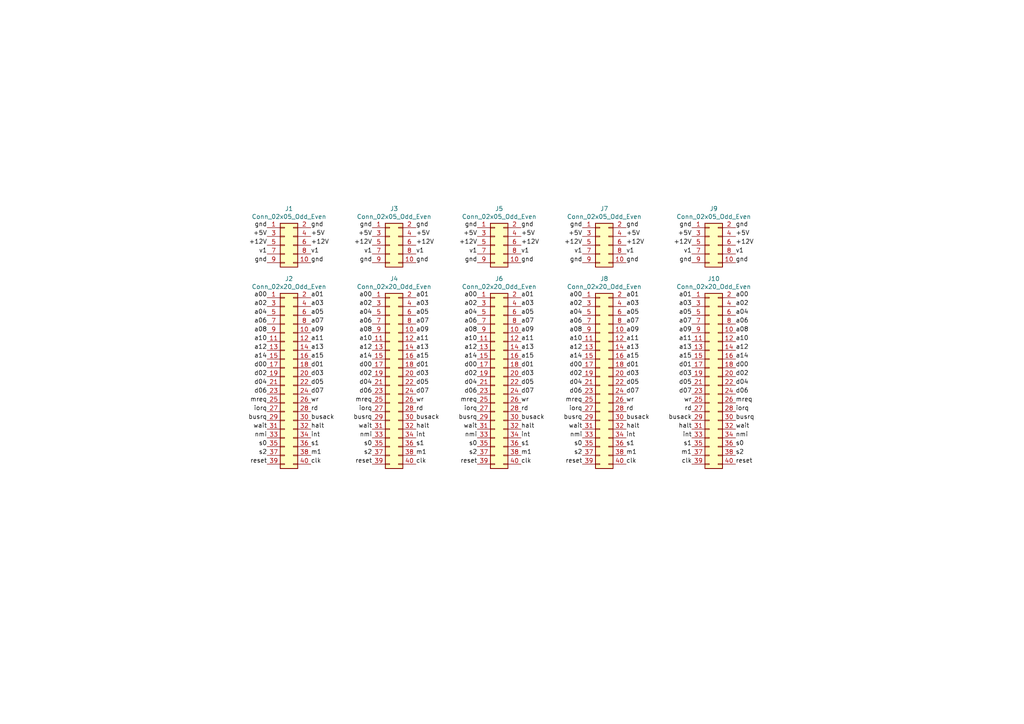
<source format=kicad_sch>
(kicad_sch (version 20211123) (generator eeschema)
  (paper "A4")
  (lib_symbols
    (symbol "Connector_Generic:Conn_02x05_Odd_Even" (pin_names (offset 1.016) hide)
      (property "Reference" "J" (at 1.27 7.62 0))
      (property "Value" "Conn_02x05_Odd_Even" (at 1.27 -7.62 0))
      (symbol "Conn_02x05_Odd_Even_1_1"
        (rectangle (start -1.27 -4.953) (end 0 -5.207) (stroke (width 0.1524)))
        (rectangle (start -1.27 -2.413) (end 0 -2.667) (stroke (width 0.1524)))
        (rectangle (start -1.27 0.127) (end 0 -0.127) (stroke (width 0.1524)))
        (rectangle (start -1.27 2.667) (end 0 2.413) (stroke (width 0.1524)))
        (rectangle (start -1.27 5.207) (end 0 4.953) (stroke (width 0.1524)))
        (rectangle (start -1.27 6.35) (end 3.81 -6.35) (stroke (width 0.254)) (fill (type background)))
        (rectangle (start 3.81 -4.953) (end 2.54 -5.207) (stroke (width 0.1524)))
        (rectangle (start 3.81 -2.413) (end 2.54 -2.667) (stroke (width 0.1524)))
        (rectangle (start 3.81 0.127) (end 2.54 -0.127) (stroke (width 0.1524)))
        (rectangle (start 3.81 2.667) (end 2.54 2.413) (stroke (width 0.1524)))
        (rectangle (start 3.81 5.207) (end 2.54 4.953) (stroke (width 0.1524)))
        (pin passive line (at -5.08 5.08 0) (length 3.81) (name "Pin_1") (number "1"))
        (pin passive line (at 7.62 -5.08 180) (length 3.81) (name "Pin_10") (number "10"))
        (pin passive line (at 7.62 5.08 180) (length 3.81) (name "Pin_2") (number "2"))
        (pin passive line (at -5.08 2.54 0) (length 3.81) (name "Pin_3") (number "3"))
        (pin passive line (at 7.62 2.54 180) (length 3.81) (name "Pin_4") (number "4"))
        (pin passive line (at -5.08 0 0) (length 3.81) (name "Pin_5") (number "5"))
        (pin passive line (at 7.62 0 180) (length 3.81) (name "Pin_6") (number "6"))
        (pin passive line (at -5.08 -2.54 0) (length 3.81) (name "Pin_7") (number "7"))
        (pin passive line (at 7.62 -2.54 180) (length 3.81) (name "Pin_8") (number "8"))
        (pin passive line (at -5.08 -5.08 0) (length 3.81) (name "Pin_9") (number "9"))
      )
    )
    (symbol "Connector_Generic:Conn_02x20_Odd_Even" (pin_names (offset 1.016) hide)
      (property "Reference" "J" (at 1.27 25.4 0))
      (property "Value" "Conn_02x20_Odd_Even" (at 1.27 -27.94 0))
      (symbol "Conn_02x20_Odd_Even_1_1"
        (rectangle (start -1.27 -25.273) (end 0 -25.527) (stroke (width 0.1524)))
        (rectangle (start -1.27 -22.733) (end 0 -22.987) (stroke (width 0.1524)))
        (rectangle (start -1.27 -20.193) (end 0 -20.447) (stroke (width 0.1524)))
        (rectangle (start -1.27 -17.653) (end 0 -17.907) (stroke (width 0.1524)))
        (rectangle (start -1.27 -15.113) (end 0 -15.367) (stroke (width 0.1524)))
        (rectangle (start -1.27 -12.573) (end 0 -12.827) (stroke (width 0.1524)))
        (rectangle (start -1.27 -10.033) (end 0 -10.287) (stroke (width 0.1524)))
        (rectangle (start -1.27 -7.493) (end 0 -7.747) (stroke (width 0.1524)))
        (rectangle (start -1.27 -4.953) (end 0 -5.207) (stroke (width 0.1524)))
        (rectangle (start -1.27 -2.413) (end 0 -2.667) (stroke (width 0.1524)))
        (rectangle (start -1.27 0.127) (end 0 -0.127) (stroke (width 0.1524)))
        (rectangle (start -1.27 2.667) (end 0 2.413) (stroke (width 0.1524)))
        (rectangle (start -1.27 5.207) (end 0 4.953) (stroke (width 0.1524)))
        (rectangle (start -1.27 7.747) (end 0 7.493) (stroke (width 0.1524)))
        (rectangle (start -1.27 10.287) (end 0 10.033) (stroke (width 0.1524)))
        (rectangle (start -1.27 12.827) (end 0 12.573) (stroke (width 0.1524)))
        (rectangle (start -1.27 15.367) (end 0 15.113) (stroke (width 0.1524)))
        (rectangle (start -1.27 17.907) (end 0 17.653) (stroke (width 0.1524)))
        (rectangle (start -1.27 20.447) (end 0 20.193) (stroke (width 0.1524)))
        (rectangle (start -1.27 22.987) (end 0 22.733) (stroke (width 0.1524)))
        (rectangle (start -1.27 24.13) (end 3.81 -26.67) (stroke (width 0.254)) (fill (type background)))
        (rectangle (start 3.81 -25.273) (end 2.54 -25.527) (stroke (width 0.1524)))
        (rectangle (start 3.81 -22.733) (end 2.54 -22.987) (stroke (width 0.1524)))
        (rectangle (start 3.81 -20.193) (end 2.54 -20.447) (stroke (width 0.1524)))
        (rectangle (start 3.81 -17.653) (end 2.54 -17.907) (stroke (width 0.1524)))
        (rectangle (start 3.81 -15.113) (end 2.54 -15.367) (stroke (width 0.1524)))
        (rectangle (start 3.81 -12.573) (end 2.54 -12.827) (stroke (width 0.1524)))
        (rectangle (start 3.81 -10.033) (end 2.54 -10.287) (stroke (width 0.1524)))
        (rectangle (start 3.81 -7.493) (end 2.54 -7.747) (stroke (width 0.1524)))
        (rectangle (start 3.81 -4.953) (end 2.54 -5.207) (stroke (width 0.1524)))
        (rectangle (start 3.81 -2.413) (end 2.54 -2.667) (stroke (width 0.1524)))
        (rectangle (start 3.81 0.127) (end 2.54 -0.127) (stroke (width 0.1524)))
        (rectangle (start 3.81 2.667) (end 2.54 2.413) (stroke (width 0.1524)))
        (rectangle (start 3.81 5.207) (end 2.54 4.953) (stroke (width 0.1524)))
        (rectangle (start 3.81 7.747) (end 2.54 7.493) (stroke (width 0.1524)))
        (rectangle (start 3.81 10.287) (end 2.54 10.033) (stroke (width 0.1524)))
        (rectangle (start 3.81 12.827) (end 2.54 12.573) (stroke (width 0.1524)))
        (rectangle (start 3.81 15.367) (end 2.54 15.113) (stroke (width 0.1524)))
        (rectangle (start 3.81 17.907) (end 2.54 17.653) (stroke (width 0.1524)))
        (rectangle (start 3.81 20.447) (end 2.54 20.193) (stroke (width 0.1524)))
        (rectangle (start 3.81 22.987) (end 2.54 22.733) (stroke (width 0.1524)))
        (pin passive line (at -5.08 22.86 0) (length 3.81) (name "Pin_1") (number "1"))
        (pin passive line (at 7.62 12.7 180) (length 3.81) (name "Pin_10") (number "10"))
        (pin passive line (at -5.08 10.16 0) (length 3.81) (name "Pin_11") (number "11"))
        (pin passive line (at 7.62 10.16 180) (length 3.81) (name "Pin_12") (number "12"))
        (pin passive line (at -5.08 7.62 0) (length 3.81) (name "Pin_13") (number "13"))
        (pin passive line (at 7.62 7.62 180) (length 3.81) (name "Pin_14") (number "14"))
        (pin passive line (at -5.08 5.08 0) (length 3.81) (name "Pin_15") (number "15"))
        (pin passive line (at 7.62 5.08 180) (length 3.81) (name "Pin_16") (number "16"))
        (pin passive line (at -5.08 2.54 0) (length 3.81) (name "Pin_17") (number "17"))
        (pin passive line (at 7.62 2.54 180) (length 3.81) (name "Pin_18") (number "18"))
        (pin passive line (at -5.08 0 0) (length 3.81) (name "Pin_19") (number "19"))
        (pin passive line (at 7.62 22.86 180) (length 3.81) (name "Pin_2") (number "2"))
        (pin passive line (at 7.62 0 180) (length 3.81) (name "Pin_20") (number "20"))
        (pin passive line (at -5.08 -2.54 0) (length 3.81) (name "Pin_21") (number "21"))
        (pin passive line (at 7.62 -2.54 180) (length 3.81) (name "Pin_22") (number "22"))
        (pin passive line (at -5.08 -5.08 0) (length 3.81) (name "Pin_23") (number "23"))
        (pin passive line (at 7.62 -5.08 180) (length 3.81) (name "Pin_24") (number "24"))
        (pin passive line (at -5.08 -7.62 0) (length 3.81) (name "Pin_25") (number "25"))
        (pin passive line (at 7.62 -7.62 180) (length 3.81) (name "Pin_26") (number "26"))
        (pin passive line (at -5.08 -10.16 0) (length 3.81) (name "Pin_27") (number "27"))
        (pin passive line (at 7.62 -10.16 180) (length 3.81) (name "Pin_28") (number "28"))
        (pin passive line (at -5.08 -12.7 0) (length 3.81) (name "Pin_29") (number "29"))
        (pin passive line (at -5.08 20.32 0) (length 3.81) (name "Pin_3") (number "3"))
        (pin passive line (at 7.62 -12.7 180) (length 3.81) (name "Pin_30") (number "30"))
        (pin passive line (at -5.08 -15.24 0) (length 3.81) (name "Pin_31") (number "31"))
        (pin passive line (at 7.62 -15.24 180) (length 3.81) (name "Pin_32") (number "32"))
        (pin passive line (at -5.08 -17.78 0) (length 3.81) (name "Pin_33") (number "33"))
        (pin passive line (at 7.62 -17.78 180) (length 3.81) (name "Pin_34") (number "34"))
        (pin passive line (at -5.08 -20.32 0) (length 3.81) (name "Pin_35") (number "35"))
        (pin passive line (at 7.62 -20.32 180) (length 3.81) (name "Pin_36") (number "36"))
        (pin passive line (at -5.08 -22.86 0) (length 3.81) (name "Pin_37") (number "37"))
        (pin passive line (at 7.62 -22.86 180) (length 3.81) (name "Pin_38") (number "38"))
        (pin passive line (at -5.08 -25.4 0) (length 3.81) (name "Pin_39") (number "39"))
        (pin passive line (at 7.62 20.32 180) (length 3.81) (name "Pin_4") (number "4"))
        (pin passive line (at 7.62 -25.4 180) (length 3.81) (name "Pin_40") (number "40"))
        (pin passive line (at -5.08 17.78 0) (length 3.81) (name "Pin_5") (number "5"))
        (pin passive line (at 7.62 17.78 180) (length 3.81) (name "Pin_6") (number "6"))
        (pin passive line (at -5.08 15.24 0) (length 3.81) (name "Pin_7") (number "7"))
        (pin passive line (at 7.62 15.24 180) (length 3.81) (name "Pin_8") (number "8"))
        (pin passive line (at -5.08 12.7 0) (length 3.81) (name "Pin_9") (number "9"))
      )
    )
  )
  (label "a02" (at 138.43 88.9 180))
  (label "gnd" (at 90.17 76.2 0))
  (label "iorq" (at 168.91 119.38 180))
  (label "d01" (at 151.13 106.68 0))
  (label "a12" (at 213.36 101.6 0))
  (label "busack" (at 120.65 121.92 0))
  (label "v1" (at 181.61 73.66 0))
  (label "d04" (at 168.91 111.76 180))
  (label "a09" (at 151.13 96.52 0))
  (label "d07" (at 200.66 114.3 180))
  (label "busack" (at 200.66 121.92 180))
  (label "a15" (at 90.17 104.14 0))
  (label "mreq" (at 107.95 116.84 180))
  (label "int" (at 181.61 127 0))
  (label "a05" (at 90.17 91.44 0))
  (label "d04" (at 213.36 111.76 0))
  (label "d04" (at 107.95 111.76 180))
  (label "wr" (at 120.65 116.84 0))
  (label "gnd" (at 138.43 76.2 180))
  (label "a01" (at 181.61 86.36 0))
  (label "s0" (at 138.43 129.54 180))
  (label "a08" (at 107.95 96.52 180))
  (label "d00" (at 77.47 106.68 180))
  (label "a07" (at 181.61 93.98 0))
  (label "+12V" (at 213.36 71.12 0))
  (label "d06" (at 213.36 114.3 0))
  (label "a11" (at 90.17 99.06 0))
  (label "wr" (at 181.61 116.84 0))
  (label "d06" (at 107.95 114.3 180))
  (label "d07" (at 120.65 114.3 0))
  (label "a06" (at 77.47 93.98 180))
  (label "v1" (at 213.36 73.66 0))
  (label "nmi" (at 138.43 127 180))
  (label "d07" (at 151.13 114.3 0))
  (label "gnd" (at 120.65 66.04 0))
  (label "s0" (at 213.36 129.54 0))
  (label "gnd" (at 181.61 76.2 0))
  (label "gnd" (at 213.36 76.2 0))
  (label "d05" (at 90.17 111.76 0))
  (label "a00" (at 138.43 86.36 180))
  (label "a14" (at 213.36 104.14 0))
  (label "rd" (at 151.13 119.38 0))
  (label "a13" (at 200.66 101.6 180))
  (label "halt" (at 120.65 124.46 0))
  (label "reset" (at 107.95 134.62 180))
  (label "d01" (at 200.66 106.68 180))
  (label "a01" (at 151.13 86.36 0))
  (label "gnd" (at 200.66 66.04 180))
  (label "gnd" (at 120.65 76.2 0))
  (label "d02" (at 138.43 109.22 180))
  (label "+12V" (at 120.65 71.12 0))
  (label "+5V" (at 151.13 68.58 0))
  (label "a12" (at 77.47 101.6 180))
  (label "halt" (at 200.66 124.46 180))
  (label "a03" (at 181.61 88.9 0))
  (label "a04" (at 213.36 91.44 0))
  (label "s1" (at 200.66 129.54 180))
  (label "wr" (at 151.13 116.84 0))
  (label "+12V" (at 107.95 71.12 180))
  (label "iorq" (at 107.95 119.38 180))
  (label "a08" (at 77.47 96.52 180))
  (label "mreq" (at 138.43 116.84 180))
  (label "nmi" (at 77.47 127 180))
  (label "reset" (at 138.43 134.62 180))
  (label "gnd" (at 168.91 76.2 180))
  (label "reset" (at 213.36 134.62 0))
  (label "wait" (at 138.43 124.46 180))
  (label "d06" (at 77.47 114.3 180))
  (label "d05" (at 200.66 111.76 180))
  (label "m1" (at 151.13 132.08 0))
  (label "a10" (at 107.95 99.06 180))
  (label "d06" (at 168.91 114.3 180))
  (label "a11" (at 151.13 99.06 0))
  (label "int" (at 120.65 127 0))
  (label "+5V" (at 90.17 68.58 0))
  (label "mreq" (at 168.91 116.84 180))
  (label "d02" (at 168.91 109.22 180))
  (label "a01" (at 120.65 86.36 0))
  (label "a05" (at 120.65 91.44 0))
  (label "a05" (at 151.13 91.44 0))
  (label "a09" (at 200.66 96.52 180))
  (label "v1" (at 77.47 73.66 180))
  (label "+12V" (at 200.66 71.12 180))
  (label "a11" (at 200.66 99.06 180))
  (label "halt" (at 90.17 124.46 0))
  (label "a15" (at 120.65 104.14 0))
  (label "d03" (at 181.61 109.22 0))
  (label "d00" (at 138.43 106.68 180))
  (label "mreq" (at 213.36 116.84 0))
  (label "busrq" (at 77.47 121.92 180))
  (label "+5V" (at 181.61 68.58 0))
  (label "a12" (at 138.43 101.6 180))
  (label "gnd" (at 151.13 66.04 0))
  (label "s2" (at 213.36 132.08 0))
  (label "busrq" (at 138.43 121.92 180))
  (label "s1" (at 181.61 129.54 0))
  (label "gnd" (at 151.13 76.2 0))
  (label "gnd" (at 107.95 76.2 180))
  (label "clk" (at 120.65 134.62 0))
  (label "a06" (at 213.36 93.98 0))
  (label "rd" (at 200.66 119.38 180))
  (label "a10" (at 77.47 99.06 180))
  (label "a00" (at 168.91 86.36 180))
  (label "v1" (at 90.17 73.66 0))
  (label "a02" (at 107.95 88.9 180))
  (label "s2" (at 77.47 132.08 180))
  (label "d05" (at 151.13 111.76 0))
  (label "gnd" (at 200.66 76.2 180))
  (label "m1" (at 120.65 132.08 0))
  (label "a15" (at 200.66 104.14 180))
  (label "a00" (at 107.95 86.36 180))
  (label "a08" (at 168.91 96.52 180))
  (label "wr" (at 90.17 116.84 0))
  (label "gnd" (at 213.36 66.04 0))
  (label "d02" (at 107.95 109.22 180))
  (label "a12" (at 168.91 101.6 180))
  (label "a06" (at 107.95 93.98 180))
  (label "clk" (at 90.17 134.62 0))
  (label "halt" (at 181.61 124.46 0))
  (label "m1" (at 90.17 132.08 0))
  (label "+5V" (at 107.95 68.58 180))
  (label "d00" (at 168.91 106.68 180))
  (label "iorq" (at 138.43 119.38 180))
  (label "clk" (at 181.61 134.62 0))
  (label "d07" (at 90.17 114.3 0))
  (label "a03" (at 151.13 88.9 0))
  (label "a05" (at 200.66 91.44 180))
  (label "int" (at 151.13 127 0))
  (label "busack" (at 181.61 121.92 0))
  (label "s1" (at 151.13 129.54 0))
  (label "a07" (at 151.13 93.98 0))
  (label "+5V" (at 138.43 68.58 180))
  (label "clk" (at 200.66 134.62 180))
  (label "d00" (at 107.95 106.68 180))
  (label "a09" (at 90.17 96.52 0))
  (label "a00" (at 77.47 86.36 180))
  (label "a11" (at 181.61 99.06 0))
  (label "d03" (at 200.66 109.22 180))
  (label "v1" (at 151.13 73.66 0))
  (label "a07" (at 200.66 93.98 180))
  (label "d07" (at 181.61 114.3 0))
  (label "v1" (at 120.65 73.66 0))
  (label "wait" (at 213.36 124.46 0))
  (label "wait" (at 168.91 124.46 180))
  (label "gnd" (at 168.91 66.04 180))
  (label "busack" (at 151.13 121.92 0))
  (label "+12V" (at 181.61 71.12 0))
  (label "a08" (at 213.36 96.52 0))
  (label "d04" (at 138.43 111.76 180))
  (label "s2" (at 138.43 132.08 180))
  (label "a06" (at 168.91 93.98 180))
  (label "gnd" (at 138.43 66.04 180))
  (label "d05" (at 120.65 111.76 0))
  (label "nmi" (at 107.95 127 180))
  (label "d03" (at 90.17 109.22 0))
  (label "s0" (at 168.91 129.54 180))
  (label "rd" (at 90.17 119.38 0))
  (label "wr" (at 200.66 116.84 180))
  (label "a06" (at 138.43 93.98 180))
  (label "s2" (at 107.95 132.08 180))
  (label "+5V" (at 77.47 68.58 180))
  (label "a03" (at 200.66 88.9 180))
  (label "d01" (at 90.17 106.68 0))
  (label "a10" (at 138.43 99.06 180))
  (label "a04" (at 168.91 91.44 180))
  (label "+12V" (at 77.47 71.12 180))
  (label "a14" (at 77.47 104.14 180))
  (label "busrq" (at 213.36 121.92 0))
  (label "v1" (at 168.91 73.66 180))
  (label "wait" (at 107.95 124.46 180))
  (label "a05" (at 181.61 91.44 0))
  (label "a07" (at 120.65 93.98 0))
  (label "halt" (at 151.13 124.46 0))
  (label "rd" (at 181.61 119.38 0))
  (label "a09" (at 120.65 96.52 0))
  (label "d02" (at 77.47 109.22 180))
  (label "d04" (at 77.47 111.76 180))
  (label "+12V" (at 90.17 71.12 0))
  (label "s0" (at 107.95 129.54 180))
  (label "d00" (at 213.36 106.68 0))
  (label "nmi" (at 168.91 127 180))
  (label "a03" (at 120.65 88.9 0))
  (label "wait" (at 77.47 124.46 180))
  (label "a04" (at 107.95 91.44 180))
  (label "a07" (at 90.17 93.98 0))
  (label "s2" (at 168.91 132.08 180))
  (label "a00" (at 213.36 86.36 0))
  (label "+12V" (at 151.13 71.12 0))
  (label "a02" (at 77.47 88.9 180))
  (label "m1" (at 181.61 132.08 0))
  (label "a14" (at 138.43 104.14 180))
  (label "a02" (at 168.91 88.9 180))
  (label "int" (at 90.17 127 0))
  (label "v1" (at 200.66 73.66 180))
  (label "d06" (at 138.43 114.3 180))
  (label "v1" (at 138.43 73.66 180))
  (label "a08" (at 138.43 96.52 180))
  (label "d03" (at 151.13 109.22 0))
  (label "a11" (at 120.65 99.06 0))
  (label "mreq" (at 77.47 116.84 180))
  (label "a15" (at 181.61 104.14 0))
  (label "d03" (at 120.65 109.22 0))
  (label "d05" (at 181.61 111.76 0))
  (label "gnd" (at 90.17 66.04 0))
  (label "a01" (at 200.66 86.36 180))
  (label "+12V" (at 168.91 71.12 180))
  (label "iorq" (at 213.36 119.38 0))
  (label "busrq" (at 168.91 121.92 180))
  (label "+5V" (at 200.66 68.58 180))
  (label "a13" (at 151.13 101.6 0))
  (label "v1" (at 107.95 73.66 180))
  (label "d01" (at 120.65 106.68 0))
  (label "gnd" (at 77.47 76.2 180))
  (label "a02" (at 213.36 88.9 0))
  (label "nmi" (at 213.36 127 0))
  (label "a01" (at 90.17 86.36 0))
  (label "a03" (at 90.17 88.9 0))
  (label "gnd" (at 181.61 66.04 0))
  (label "a10" (at 168.91 99.06 180))
  (label "+12V" (at 138.43 71.12 180))
  (label "busrq" (at 107.95 121.92 180))
  (label "+5V" (at 120.65 68.58 0))
  (label "busack" (at 90.17 121.92 0))
  (label "a13" (at 90.17 101.6 0))
  (label "a14" (at 168.91 104.14 180))
  (label "a13" (at 181.61 101.6 0))
  (label "clk" (at 151.13 134.62 0))
  (label "s1" (at 90.17 129.54 0))
  (label "+5V" (at 168.91 68.58 180))
  (label "+5V" (at 213.36 68.58 0))
  (label "a10" (at 213.36 99.06 0))
  (label "reset" (at 77.47 134.62 180))
  (label "s1" (at 120.65 129.54 0))
  (label "gnd" (at 77.47 66.04 180))
  (label "iorq" (at 77.47 119.38 180))
  (label "gnd" (at 107.95 66.04 180))
  (label "d01" (at 181.61 106.68 0))
  (label "a04" (at 138.43 91.44 180))
  (label "int" (at 200.66 127 180))
  (label "a13" (at 120.65 101.6 0))
  (label "s0" (at 77.47 129.54 180))
  (label "a15" (at 151.13 104.14 0))
  (label "a04" (at 77.47 91.44 180))
  (label "reset" (at 168.91 134.62 180))
  (label "d02" (at 213.36 109.22 0))
  (label "m1" (at 200.66 132.08 180))
  (label "a12" (at 107.95 101.6 180))
  (label "a14" (at 107.95 104.14 180))
  (label "rd" (at 120.65 119.38 0))
  (label "a09" (at 181.61 96.52 0))
  (symbol (lib_id "Connector_Generic:Conn_02x05_Odd_Even") (at 82.55 71.12 0) (unit 1)
    (property "Reference" "J1" (at 83.82 60.5282 0))
    (property "Value" "Conn_02x05_Odd_Even" (at 83.82 62.8396 0))
    (property "Footprint" "Connector_PinHeader_2.54mm:PinHeader_2x05_P2.54mm_Vertical" (effects hide))
  )
  (symbol (lib_id "Connector_Generic:Conn_02x20_Odd_Even") (at 82.55 109.22 0) (unit 1)
    (property "Reference" "J2" (at 83.82 80.8482 0))
    (property "Value" "Conn_02x20_Odd_Even" (at 83.82 83.1596 0))
    (property "Footprint" "Connector_PinHeader_2.54mm:PinHeader_2x20_P2.54mm_Vertical" (effects hide))
  )
  (symbol (lib_id "Connector_Generic:Conn_02x05_Odd_Even") (at 113.03 71.12 0) (unit 1)
    (property "Reference" "J3" (at 114.3 60.5282 0))
    (property "Value" "Conn_02x05_Odd_Even" (at 114.3 62.8396 0))
    (property "Footprint" "Connector_PinHeader_2.54mm:PinHeader_2x05_P2.54mm_Vertical" (effects hide))
  )
  (symbol (lib_id "Connector_Generic:Conn_02x20_Odd_Even") (at 113.03 109.22 0) (unit 1)
    (property "Reference" "J4" (at 114.3 80.8482 0))
    (property "Value" "Conn_02x20_Odd_Even" (at 114.3 83.1596 0))
    (property "Footprint" "Connector_PinHeader_2.54mm:PinHeader_2x20_P2.54mm_Vertical" (effects hide))
  )
  (symbol (lib_id "Connector_Generic:Conn_02x05_Odd_Even") (at 143.51 71.12 0) (unit 1)
    (property "Reference" "J5" (at 144.78 60.5282 0))
    (property "Value" "Conn_02x05_Odd_Even" (at 144.78 62.8396 0))
    (property "Footprint" "Connector_PinHeader_2.54mm:PinHeader_2x05_P2.54mm_Vertical" (effects hide))
  )
  (symbol (lib_id "Connector_Generic:Conn_02x20_Odd_Even") (at 143.51 109.22 0) (unit 1)
    (property "Reference" "J6" (at 144.78 80.8482 0))
    (property "Value" "Conn_02x20_Odd_Even" (at 144.78 83.1596 0))
    (property "Footprint" "Connector_PinHeader_2.54mm:PinHeader_2x20_P2.54mm_Vertical" (effects hide))
  )
  (symbol (lib_id "Connector_Generic:Conn_02x05_Odd_Even") (at 173.99 71.12 0) (unit 1)
    (property "Reference" "J7" (at 175.26 60.5282 0))
    (property "Value" "Conn_02x05_Odd_Even" (at 175.26 62.8396 0))
    (property "Footprint" "Connector_PinHeader_2.54mm:PinHeader_2x05_P2.54mm_Vertical" (effects hide))
  )
  (symbol (lib_id "Connector_Generic:Conn_02x20_Odd_Even") (at 173.99 109.22 0) (unit 1)
    (property "Reference" "J8" (at 175.26 80.8482 0))
    (property "Value" "Conn_02x20_Odd_Even" (at 175.26 83.1596 0))
    (property "Footprint" "Connector_PinHeader_2.54mm:PinHeader_2x20_P2.54mm_Vertical" (effects hide))
  )
  (symbol (lib_id "Connector_Generic:Conn_02x05_Odd_Even") (at 205.74 71.12 0) (unit 1)
    (property "Reference" "J9" (at 207.01 60.5282 0))
    (property "Value" "Conn_02x05_Odd_Even" (at 207.01 62.8396 0))
    (property "Footprint" "Connector_PinHeader_2.54mm:PinHeader_2x05_P2.54mm_Vertical" (effects hide))
  )
  (symbol (lib_id "Connector_Generic:Conn_02x20_Odd_Even") (at 205.74 109.22 0) (unit 1)
    (property "Reference" "J10" (at 207.01 80.8482 0))
    (property "Value" "Conn_02x20_Odd_Even" (at 207.01 83.1596 0))
    (property "Footprint" "Connector_PinHeader_2.54mm:PinHeader_2x20_P2.54mm_Vertical" (effects hide))
  )
)
</source>
